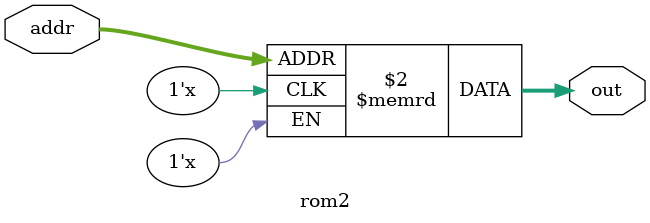
<source format=sv>
module rom2 #(
    parameter int DATA_WIDTH = 16,
    parameter int ADDR_WIDTH = 16
) (
    input  logic [(ADDR_WIDTH-1):0] addr,
    output logic [(DATA_WIDTH-1):0] out
);

  logic [DATA_WIDTH-1:0] mem[2**ADDR_WIDTH]  /*verilator public_flat_rw*/;

  always @(addr) out = mem[addr];

endmodule

</source>
